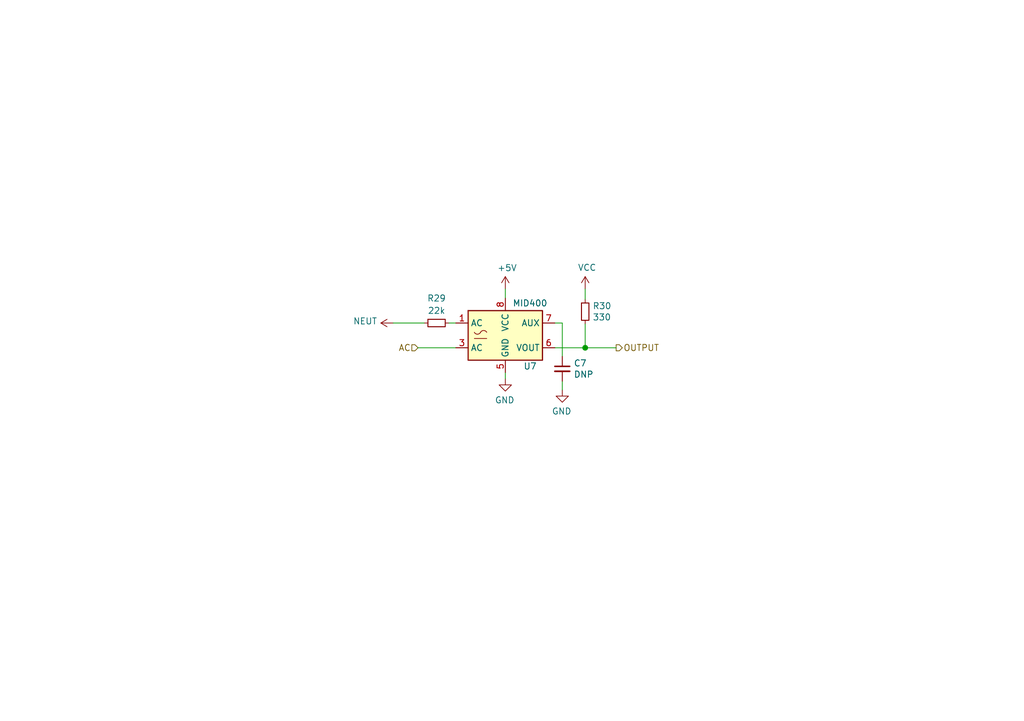
<source format=kicad_sch>
(kicad_sch (version 20201015) (generator eeschema)
  (page 0 6)
  (paper "A5")
  (lib_symbols
    (symbol "Device:C_Small" (pin_numbers hide) (pin_names (offset 0.254) hide)
      (property "Reference" "C" (at 0.254 1.778 0))
      (property "Value" "C_Small" (at 0.254 -2.032 0))
      (symbol "C_Small_0_1"
        (polyline (pts (xy -1.524 -0.508) (xy 1.524 -0.508)) (stroke (width 0.3302)))
        (polyline (pts (xy -1.524 0.508) (xy 1.524 0.508)) (stroke (width 0.3048)))
      )
      (symbol "C_Small_1_1"
        (pin passive line (at 0 2.54 270) (length 2.032) (name "~") (number "1"))
        (pin passive line (at 0 -2.54 90) (length 2.032) (name "~") (number "2"))
      )
    )
    (symbol "Device:R_Small" (pin_numbers hide) (pin_names (offset 0.254) hide)
      (property "Reference" "R" (at 0.762 0.508 0))
      (property "Value" "R_Small" (at 0.762 -1.016 0))
      (symbol "R_Small_0_1"
        (rectangle (start -0.762 1.778) (end 0.762 -1.778) (stroke (width 0.2032)))
      )
      (symbol "R_Small_1_1"
        (pin passive line (at 0 2.54 270) (length 0.762) (name "~") (number "1"))
        (pin passive line (at 0 -2.54 90) (length 0.762) (name "~") (number "2"))
      )
    )
    (symbol "Isolator:MID400"
      (property "Reference" "U" (at 5.715 6.985 0))
      (property "Value" "MID400" (at 5.715 8.89 0))
      (symbol "MID400_0_1"
        (arc (start -6.35 0.635) (end -5.08 0.635) (radius (at -5.715 0.9652) (length 0.7112) (angles -152.5 -27.5)))
        (arc (start -3.81 0.635) (end -5.08 0.635) (radius (at -4.445 0.2794) (length 0.7366) (angles 29.2 150.8)))
        (rectangle (start -7.62 5.08) (end 7.62 -5.08) (stroke (width 0.254)) (fill (type background)))
        (polyline (pts (xy -6.35 -0.635) (xy -3.81 -0.635)))
      )
      (symbol "MID400_1_1"
        (pin input line (at -10.16 2.54 0) (length 2.54) (name "AC") (number "1"))
        (pin unconnected line (at -10.16 0 0) (length 2.54) hide (name "NC") (number "2"))
        (pin input line (at -10.16 -2.54 0) (length 2.54) (name "AC") (number "3"))
        (pin unconnected line (at 10.16 0 180) (length 2.54) hide (name "NC") (number "4"))
        (pin power_in line (at 0 -7.62 90) (length 2.54) (name "GND") (number "5"))
        (pin open_collector line (at 10.16 -2.54 180) (length 2.54) (name "VOUT") (number "6"))
        (pin passive line (at 10.16 2.54 180) (length 2.54) (name "AUX") (number "7"))
        (pin power_in line (at 0 7.62 270) (length 2.54) (name "VCC") (number "8"))
      )
    )
    (symbol "power:+5V" (power) (pin_names (offset 0))
      (property "Value" "+5V" (at 0 3.556 0))
      (symbol "+5V_0_1"
        (polyline (pts (xy -0.762 1.27) (xy 0 2.54)))
        (polyline (pts (xy 0 0) (xy 0 2.54)))
        (polyline (pts (xy 0 2.54) (xy 0.762 1.27)))
      )
      (symbol "+5V_1_1"
        (pin power_in line (at 0 0 90) (length 0) hide (name "+5V") (number "1"))
      )
    )
    (symbol "power:GND" (power) (pin_names (offset 0))
      (property "Value" "GND" (at 0 -3.81 0))
      (symbol "GND_0_1"
        (polyline (pts (xy 0 0) (xy 0 -1.27) (xy 1.27 -1.27) (xy 0 -2.54) (xy -1.27 -1.27) (xy 0 -1.27)))
      )
      (symbol "GND_1_1"
        (pin power_in line (at 0 0 270) (length 0) hide (name "GND") (number "1"))
      )
    )
    (symbol "power:NEUT" (power) (pin_names (offset 0))
      (property "Value" "NEUT" (at 0 3.81 0))
      (symbol "NEUT_0_1"
        (polyline (pts (xy -0.762 1.27) (xy 0 2.54)))
        (polyline (pts (xy 0 0) (xy 0 2.54)))
        (polyline (pts (xy 0 2.54) (xy 0.762 1.27)))
      )
      (symbol "NEUT_1_1"
        (pin power_in line (at 0 0 90) (length 0) hide (name "NEUT") (number "1"))
      )
    )
    (symbol "power:VCC" (power) (pin_names (offset 0))
      (property "Value" "VCC" (at 0 3.81 0))
      (symbol "VCC_0_1"
        (polyline (pts (xy -0.762 1.27) (xy 0 2.54)))
        (polyline (pts (xy 0 0) (xy 0 2.54)))
        (polyline (pts (xy 0 2.54) (xy 0.762 1.27)))
      )
      (symbol "VCC_1_1"
        (pin power_in line (at 0 0 90) (length 0) hide (name "VCC") (number "1"))
      )
    )
  )
  (junction (at 120.015 71.374) (diameter 1.016))
  (wire (pts (xy 80.645 66.294) (xy 86.995 66.294)))
  (wire (pts (xy 85.725 71.374) (xy 93.472 71.374)))
  (wire (pts (xy 92.075 66.294) (xy 93.472 66.294)))
  (wire (pts (xy 103.632 59.309) (xy 103.632 61.214)))
  (wire (pts (xy 103.632 76.454) (xy 103.632 77.724)))
  (wire (pts (xy 113.792 66.294) (xy 115.316 66.294)))
  (wire (pts (xy 113.792 71.374) (xy 120.015 71.374)))
  (wire (pts (xy 115.316 66.294) (xy 115.316 73.152)))
  (wire (pts (xy 115.316 78.232) (xy 115.316 80.01)))
  (wire (pts (xy 120.015 59.309) (xy 120.015 61.4172)))
  (wire (pts (xy 120.015 71.374) (xy 120.015 66.4972)))
  (wire (pts (xy 120.015 71.374) (xy 126.365 71.374)))
  (hierarchical_label "AC" (shape input) (at 85.725 71.374 180))
  (hierarchical_label "OUTPUT" (shape output) (at 126.365 71.374 0))
  (symbol (lib_id "power:NEUT") (at 80.645 66.294 90)
    (property "Reference" "#PWR041" (effects hide))
    (property "Value" "NEUT" (at 77.3938 65.913 90) (effects (justify left)))
  )
  (symbol (lib_id "power:+5V") (at 103.632 59.309 0)
    (property "Reference" "#PWR042" (effects hide))
    (property "Value" "+5V" (at 104.0003 54.9846 0))
  )
  (symbol (lib_id "power:VCC") (at 120.015 59.309 0)
    (property "Reference" "#PWR044" (effects hide))
    (property "Value" "VCC" (at 120.396 54.9148 0))
  )
  (symbol (lib_id "power:GND") (at 103.632 77.724 0) (mirror y)
    (property "Reference" "#PWR043" (effects hide))
    (property "Value" "GND" (at 103.505 82.1182 0))
  )
  (symbol (lib_id "power:GND") (at 115.316 80.01 0) (mirror y)
    (property "Reference" "#PWR0104" (effects hide))
    (property "Value" "GND" (at 115.189 84.4042 0))
  )
  (symbol (lib_id "Device:R_Small") (at 89.535 66.294 90)
    (property "Reference" "R29" (at 89.535 61.214 90))
    (property "Value" "22k" (at 89.535 63.754 90))
    (property "Footprint" "Resistor_SMD:R_0603_1608Metric_Pad1.05x0.95mm_HandSolder" (effects hide))
  )
  (symbol (lib_id "Device:R_Small") (at 120.015 63.9572 0)
    (property "Reference" "R30" (at 121.5136 62.7888 0) (effects (justify left)))
    (property "Value" "330" (at 121.5136 65.1002 0) (effects (justify left)))
    (property "Footprint" "Resistor_SMD:R_0603_1608Metric_Pad1.05x0.95mm_HandSolder" (effects hide))
  )
  (symbol (lib_id "Device:C_Small") (at 115.316 75.692 0)
    (property "Reference" "C7" (at 117.6402 74.5426 0) (effects (justify left)))
    (property "Value" "DNP" (at 117.6528 76.835 0) (effects (justify left)))
    (property "Footprint" "Capacitor_SMD:C_0603_1608Metric_Pad1.05x0.95mm_HandSolder" (effects hide))
  )
  (symbol (lib_id "Isolator:MID400") (at 103.632 68.834 0)
    (property "Reference" "U7" (at 108.712 75.1648 0))
    (property "Value" "MID400" (at 108.712 62.2235 0))
    (property "Footprint" "Package_DIP:DIP-8_W7.62mm" (effects hide))
    (property "Datasheet" "https://www.onsemi.com/pub/Collateral/MID400-D.pdf" (effects hide))
  )
)
</source>
